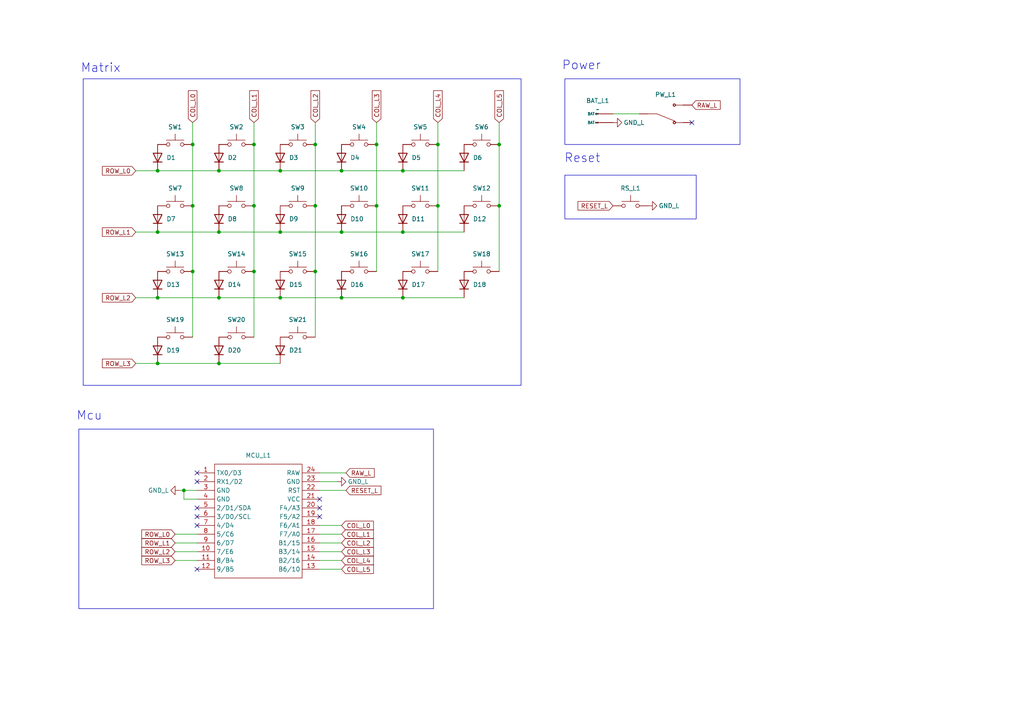
<source format=kicad_sch>
(kicad_sch (version 20250114) (generator "eeschema") (generator_version "9.0")
  (paper "A4")
  (lib_symbols
    (symbol "Keyswitch_1" (pin_numbers (hide yes)) (pin_names (hide yes))
      (property "Reference" "SW" (at 0 4.572 0))
      (symbol "Keyswitch_1_0_1"
        (circle (center -2.032 0) (radius 0.508))
        (polyline (pts (xy 0 1.27) (xy 0 3.048)))
        (circle (center 2.032 0) (radius 0.508))
        (polyline (pts (xy 2.54 1.27) (xy -2.54 1.27)))
        (pin passive line (at -5.08 0 0) (length 2.54) (name "1") (number "1"))
        (pin passive line (at 5.08 0 180) (length 2.54) (name "2") (number "2"))
      )
    )
    (symbol "Keyswitch_10" (pin_numbers (hide yes)) (pin_names (hide yes))
      (property "Reference" "SW" (at 0 4.572 0))
      (symbol "Keyswitch_10_0_1"
        (circle (center -2.032 0) (radius 0.508))
        (polyline (pts (xy 0 1.27) (xy 0 3.048)))
        (circle (center 2.032 0) (radius 0.508))
        (polyline (pts (xy 2.54 1.27) (xy -2.54 1.27)))
        (pin passive line (at -5.08 0 0) (length 2.54) (name "1") (number "1"))
        (pin passive line (at 5.08 0 180) (length 2.54) (name "2") (number "2"))
      )
    )
    (symbol "Keyswitch_11" (pin_numbers (hide yes)) (pin_names (hide yes))
      (property "Reference" "SW" (at 0 4.572 0))
      (symbol "Keyswitch_11_0_1"
        (circle (center -2.032 0) (radius 0.508))
        (polyline (pts (xy 0 1.27) (xy 0 3.048)))
        (circle (center 2.032 0) (radius 0.508))
        (polyline (pts (xy 2.54 1.27) (xy -2.54 1.27)))
        (pin passive line (at -5.08 0 0) (length 2.54) (name "1") (number "1"))
        (pin passive line (at 5.08 0 180) (length 2.54) (name "2") (number "2"))
      )
    )
    (symbol "Keyswitch_12" (pin_numbers (hide yes)) (pin_names (hide yes))
      (property "Reference" "SW" (at 0 4.572 0))
      (symbol "Keyswitch_12_0_1"
        (circle (center -2.032 0) (radius 0.508))
        (polyline (pts (xy 0 1.27) (xy 0 3.048)))
        (circle (center 2.032 0) (radius 0.508))
        (polyline (pts (xy 2.54 1.27) (xy -2.54 1.27)))
        (pin passive line (at -5.08 0 0) (length 2.54) (name "1") (number "1"))
        (pin passive line (at 5.08 0 180) (length 2.54) (name "2") (number "2"))
      )
    )
    (symbol "Keyswitch_13" (pin_numbers (hide yes)) (pin_names (hide yes))
      (property "Reference" "SW" (at 0 4.572 0))
      (symbol "Keyswitch_13_0_1"
        (circle (center -2.032 0) (radius 0.508))
        (polyline (pts (xy 0 1.27) (xy 0 3.048)))
        (circle (center 2.032 0) (radius 0.508))
        (polyline (pts (xy 2.54 1.27) (xy -2.54 1.27)))
        (pin passive line (at -5.08 0 0) (length 2.54) (name "1") (number "1"))
        (pin passive line (at 5.08 0 180) (length 2.54) (name "2") (number "2"))
      )
    )
    (symbol "Keyswitch_14" (pin_numbers (hide yes)) (pin_names (hide yes))
      (property "Reference" "SW" (at 0 4.572 0))
      (symbol "Keyswitch_14_0_1"
        (circle (center -2.032 0) (radius 0.508))
        (polyline (pts (xy 0 1.27) (xy 0 3.048)))
        (circle (center 2.032 0) (radius 0.508))
        (polyline (pts (xy 2.54 1.27) (xy -2.54 1.27)))
        (pin passive line (at -5.08 0 0) (length 2.54) (name "1") (number "1"))
        (pin passive line (at 5.08 0 180) (length 2.54) (name "2") (number "2"))
      )
    )
    (symbol "Keyswitch_15" (pin_numbers (hide yes)) (pin_names (hide yes))
      (property "Reference" "SW" (at 0 4.572 0))
      (symbol "Keyswitch_15_0_1"
        (circle (center -2.032 0) (radius 0.508))
        (polyline (pts (xy 0 1.27) (xy 0 3.048)))
        (circle (center 2.032 0) (radius 0.508))
        (polyline (pts (xy 2.54 1.27) (xy -2.54 1.27)))
        (pin passive line (at -5.08 0 0) (length 2.54) (name "1") (number "1"))
        (pin passive line (at 5.08 0 180) (length 2.54) (name "2") (number "2"))
      )
    )
    (symbol "Keyswitch_16" (pin_numbers (hide yes)) (pin_names (hide yes))
      (property "Reference" "SW" (at 0 4.572 0))
      (symbol "Keyswitch_16_0_1"
        (circle (center -2.032 0) (radius 0.508))
        (polyline (pts (xy 0 1.27) (xy 0 3.048)))
        (circle (center 2.032 0) (radius 0.508))
        (polyline (pts (xy 2.54 1.27) (xy -2.54 1.27)))
        (pin passive line (at -5.08 0 0) (length 2.54) (name "1") (number "1"))
        (pin passive line (at 5.08 0 180) (length 2.54) (name "2") (number "2"))
      )
    )
    (symbol "Keyswitch_17" (pin_numbers (hide yes)) (pin_names (hide yes))
      (property "Reference" "SW" (at 0 4.572 0))
      (symbol "Keyswitch_17_0_1"
        (circle (center -2.032 0) (radius 0.508))
        (polyline (pts (xy 0 1.27) (xy 0 3.048)))
        (circle (center 2.032 0) (radius 0.508))
        (polyline (pts (xy 2.54 1.27) (xy -2.54 1.27)))
        (pin passive line (at -5.08 0 0) (length 2.54) (name "1") (number "1"))
        (pin passive line (at 5.08 0 180) (length 2.54) (name "2") (number "2"))
      )
    )
    (symbol "Keyswitch_18" (pin_numbers (hide yes)) (pin_names (hide yes))
      (property "Reference" "SW" (at 0 4.572 0))
      (symbol "Keyswitch_18_0_1"
        (circle (center -2.032 0) (radius 0.508))
        (polyline (pts (xy 0 1.27) (xy 0 3.048)))
        (circle (center 2.032 0) (radius 0.508))
        (polyline (pts (xy 2.54 1.27) (xy -2.54 1.27)))
        (pin passive line (at -5.08 0 0) (length 2.54) (name "1") (number "1"))
        (pin passive line (at 5.08 0 180) (length 2.54) (name "2") (number "2"))
      )
    )
    (symbol "Keyswitch_19" (pin_numbers (hide yes)) (pin_names (hide yes))
      (property "Reference" "SW" (at 0 4.572 0))
      (symbol "Keyswitch_19_0_1"
        (circle (center -2.032 0) (radius 0.508))
        (polyline (pts (xy 0 1.27) (xy 0 3.048)))
        (circle (center 2.032 0) (radius 0.508))
        (polyline (pts (xy 2.54 1.27) (xy -2.54 1.27)))
        (pin passive line (at -5.08 0 0) (length 2.54) (name "1") (number "1"))
        (pin passive line (at 5.08 0 180) (length 2.54) (name "2") (number "2"))
      )
    )
    (symbol "Keyswitch_2" (pin_numbers (hide yes)) (pin_names (hide yes))
      (property "Reference" "SW" (at 0 4.572 0))
      (symbol "Keyswitch_2_0_1"
        (circle (center -2.032 0) (radius 0.508))
        (polyline (pts (xy 0 1.27) (xy 0 3.048)))
        (circle (center 2.032 0) (radius 0.508))
        (polyline (pts (xy 2.54 1.27) (xy -2.54 1.27)))
        (pin passive line (at -5.08 0 0) (length 2.54) (name "1") (number "1"))
        (pin passive line (at 5.08 0 180) (length 2.54) (name "2") (number "2"))
      )
    )
    (symbol "Keyswitch_20" (pin_numbers (hide yes)) (pin_names (hide yes))
      (property "Reference" "SW" (at 0 4.572 0))
      (symbol "Keyswitch_20_0_1"
        (circle (center -2.032 0) (radius 0.508))
        (polyline (pts (xy 0 1.27) (xy 0 3.048)))
        (circle (center 2.032 0) (radius 0.508))
        (polyline (pts (xy 2.54 1.27) (xy -2.54 1.27)))
        (pin passive line (at -5.08 0 0) (length 2.54) (name "1") (number "1"))
        (pin passive line (at 5.08 0 180) (length 2.54) (name "2") (number "2"))
      )
    )
    (symbol "Keyswitch_21" (pin_numbers (hide yes)) (pin_names (hide yes))
      (property "Reference" "SW" (at 0 4.572 0))
      (symbol "Keyswitch_21_0_1"
        (circle (center -2.032 0) (radius 0.508))
        (polyline (pts (xy 0 1.27) (xy 0 3.048)))
        (circle (center 2.032 0) (radius 0.508))
        (polyline (pts (xy 2.54 1.27) (xy -2.54 1.27)))
        (pin passive line (at -5.08 0 0) (length 2.54) (name "1") (number "1"))
        (pin passive line (at 5.08 0 180) (length 2.54) (name "2") (number "2"))
      )
    )
    (symbol "Keyswitch_3" (pin_numbers (hide yes)) (pin_names (hide yes))
      (property "Reference" "SW" (at 0 4.572 0))
      (symbol "Keyswitch_3_0_1"
        (circle (center -2.032 0) (radius 0.508))
        (polyline (pts (xy 0 1.27) (xy 0 3.048)))
        (circle (center 2.032 0) (radius 0.508))
        (polyline (pts (xy 2.54 1.27) (xy -2.54 1.27)))
        (pin passive line (at -5.08 0 0) (length 2.54) (name "1") (number "1"))
        (pin passive line (at 5.08 0 180) (length 2.54) (name "2") (number "2"))
      )
    )
    (symbol "Keyswitch_4" (pin_numbers (hide yes)) (pin_names (hide yes))
      (property "Reference" "SW" (at 0 4.572 0))
      (symbol "Keyswitch_4_0_1"
        (circle (center -2.032 0) (radius 0.508))
        (polyline (pts (xy 0 1.27) (xy 0 3.048)))
        (circle (center 2.032 0) (radius 0.508))
        (polyline (pts (xy 2.54 1.27) (xy -2.54 1.27)))
        (pin passive line (at -5.08 0 0) (length 2.54) (name "1") (number "1"))
        (pin passive line (at 5.08 0 180) (length 2.54) (name "2") (number "2"))
      )
    )
    (symbol "Keyswitch_5" (pin_numbers (hide yes)) (pin_names (hide yes))
      (property "Reference" "SW" (at 0 4.572 0))
      (symbol "Keyswitch_5_0_1"
        (circle (center -2.032 0) (radius 0.508))
        (polyline (pts (xy 0 1.27) (xy 0 3.048)))
        (circle (center 2.032 0) (radius 0.508))
        (polyline (pts (xy 2.54 1.27) (xy -2.54 1.27)))
        (pin passive line (at -5.08 0 0) (length 2.54) (name "1") (number "1"))
        (pin passive line (at 5.08 0 180) (length 2.54) (name "2") (number "2"))
      )
    )
    (symbol "Keyswitch_6" (pin_numbers (hide yes)) (pin_names (hide yes))
      (property "Reference" "SW" (at 0 4.572 0))
      (symbol "Keyswitch_6_0_1"
        (circle (center -2.032 0) (radius 0.508))
        (polyline (pts (xy 0 1.27) (xy 0 3.048)))
        (circle (center 2.032 0) (radius 0.508))
        (polyline (pts (xy 2.54 1.27) (xy -2.54 1.27)))
        (pin passive line (at -5.08 0 0) (length 2.54) (name "1") (number "1"))
        (pin passive line (at 5.08 0 180) (length 2.54) (name "2") (number "2"))
      )
    )
    (symbol "Keyswitch_7" (pin_numbers (hide yes)) (pin_names (hide yes))
      (property "Reference" "SW" (at 0 4.572 0))
      (symbol "Keyswitch_7_0_1"
        (circle (center -2.032 0) (radius 0.508))
        (polyline (pts (xy 0 1.27) (xy 0 3.048)))
        (circle (center 2.032 0) (radius 0.508))
        (polyline (pts (xy 2.54 1.27) (xy -2.54 1.27)))
        (pin passive line (at -5.08 0 0) (length 2.54) (name "1") (number "1"))
        (pin passive line (at 5.08 0 180) (length 2.54) (name "2") (number "2"))
      )
    )
    (symbol "Keyswitch_8" (pin_numbers (hide yes)) (pin_names (hide yes))
      (property "Reference" "SW" (at 0 4.572 0))
      (symbol "Keyswitch_8_0_1"
        (circle (center -2.032 0) (radius 0.508))
        (polyline (pts (xy 0 1.27) (xy 0 3.048)))
        (circle (center 2.032 0) (radius 0.508))
        (polyline (pts (xy 2.54 1.27) (xy -2.54 1.27)))
        (pin passive line (at -5.08 0 0) (length 2.54) (name "1") (number "1"))
        (pin passive line (at 5.08 0 180) (length 2.54) (name "2") (number "2"))
      )
    )
    (symbol "Keyswitch_9" (pin_numbers (hide yes)) (pin_names (hide yes))
      (property "Reference" "SW" (at 0 4.572 0))
      (symbol "Keyswitch_9_0_1"
        (circle (center -2.032 0) (radius 0.508))
        (polyline (pts (xy 0 1.27) (xy 0 3.048)))
        (circle (center 2.032 0) (radius 0.508))
        (polyline (pts (xy 2.54 1.27) (xy -2.54 1.27)))
        (pin passive line (at -5.08 0 0) (length 2.54) (name "1") (number "1"))
        (pin passive line (at 5.08 0 180) (length 2.54) (name "2") (number "2"))
      )
    )
    (symbol "meffite:Battery" (pin_numbers (hide yes))
      (property "Reference" "BAT" (at 0 4.826 0))
      (symbol "Battery_1_1"
        (rectangle (start -1.6764 1.397) (end -2.54 1.143) (stroke (width 0.1524)) (fill (type outline)))
        (rectangle (start -1.6764 -1.143) (end -2.54 -1.397) (stroke (width 0.1524)) (fill (type outline)))
        (polyline (pts (xy -1.27 1.27) (xy -1.6764 1.27)) (stroke (width 0.1524)))
        (polyline (pts (xy -1.27 -1.27) (xy -1.6764 -1.27)) (stroke (width 0.1524)))
        (pin passive line (at 2.54 1.27 180) (length 3.81) (name "BAT+") (number "1"))
        (pin passive line (at 2.54 -1.27 180) (length 3.81) (name "BAT-") (number "2"))
      )
    )
    (symbol "meffite:Diode" (pin_numbers (hide yes)) (pin_names (hide yes))
      (property "Reference" "D" (at -2.032 2.54 0))
      (symbol "Diode_0_1"
        (polyline (pts (xy -1.27 1.27) (xy -1.27 -1.27)) (stroke (width 0.254)))
        (polyline (pts (xy 1.27 1.27) (xy 1.27 -1.27) (xy -1.27 0) (xy 1.27 1.27)) (stroke (width 0.254)))
        (polyline (pts (xy 1.27 0) (xy -1.27 0)))
      )
      (symbol "Diode_1_1"
        (pin passive line (at -3.81 0 0) (length 2.54) (name "K") (number "1"))
        (pin passive line (at 3.81 0 180) (length 2.54) (name "A") (number "2"))
      )
    )
    (symbol "meffite:GND" (power) (pin_numbers (hide yes)) (pin_names (hide yes)) (exclude_from_sim yes) (in_bom no) (on_board no)
      (property "Value" "GND" (at 0 -2.54 0))
      (symbol "GND_0_1"
        (polyline (pts (xy 0 1.27) (xy 0 0) (xy 1.27 0) (xy 0 -1.27) (xy -1.27 0) (xy 0 0)))
      )
      (symbol "GND_1_1"
        (pin power_in line (at 0 1.27 270) (length 0) (hide yes) (name "GND") (number "1"))
      )
    )
    (symbol "meffite:Keyswitch" (pin_numbers (hide yes)) (pin_names (hide yes))
      (property "Reference" "SW" (at 0 4.572 0))
      (symbol "Keyswitch_0_1"
        (circle (center -2.032 0) (radius 0.508))
        (polyline (pts (xy 0 1.27) (xy 0 3.048)))
        (circle (center 2.032 0) (radius 0.508))
        (polyline (pts (xy 2.54 1.27) (xy -2.54 1.27)))
        (pin passive line (at -5.08 0 0) (length 2.54) (name "1") (number "1"))
        (pin passive line (at 5.08 0 180) (length 2.54) (name "2") (number "2"))
      )
    )
    (symbol "meffite:MCU"
      (property "Reference" "MCU" (at 0 17.272 0))
      (symbol "MCU_0_1"
        (rectangle (start -12.7 15.24) (end 12.7 -17.78))
      )
      (symbol "MCU_1_1"
        (pin bidirectional line (at -17.78 12.7 0) (length 5.08) (name "TX0/D3") (number "1"))
        (pin bidirectional line (at -17.78 10.16 0) (length 5.08) (name "RX1/D2") (number "2"))
        (pin power_in line (at -17.78 7.62 0) (length 5.08) (name "GND") (number "3"))
        (pin power_in line (at -17.78 5.08 0) (length 5.08) (name "GND") (number "4"))
        (pin bidirectional line (at -17.78 2.54 0) (length 5.08) (name "2/D1/SDA") (number "5"))
        (pin bidirectional line (at -17.78 0 0) (length 5.08) (name "3/D0/SCL") (number "6"))
        (pin bidirectional line (at -17.78 -2.54 0) (length 5.08) (name "4/D4") (number "7"))
        (pin bidirectional line (at -17.78 -5.08 0) (length 5.08) (name "5/C6") (number "8"))
        (pin bidirectional line (at -17.78 -7.62 0) (length 5.08) (name "6/D7") (number "9"))
        (pin bidirectional line (at -17.78 -10.16 0) (length 5.08) (name "7/E6") (number "10"))
        (pin bidirectional line (at -17.78 -12.7 0) (length 5.08) (name "8/B4") (number "11"))
        (pin bidirectional line (at -17.78 -15.24 0) (length 5.08) (name "9/B5") (number "12"))
        (pin power_out line (at 17.78 12.7 180) (length 5.08) (name "RAW") (number "24"))
        (pin power_in line (at 17.78 10.16 180) (length 5.08) (name "GND") (number "23"))
        (pin input line (at 17.78 7.62 180) (length 5.08) (name "RST") (number "22"))
        (pin power_in line (at 17.78 5.08 180) (length 5.08) (name "VCC") (number "21"))
        (pin bidirectional line (at 17.78 2.54 180) (length 5.08) (name "F4/A3") (number "20"))
        (pin bidirectional line (at 17.78 0 180) (length 5.08) (name "F5/A2") (number "19"))
        (pin bidirectional line (at 17.78 -2.54 180) (length 5.08) (name "F6/A1") (number "18"))
        (pin bidirectional line (at 17.78 -5.08 180) (length 5.08) (name "F7/A0") (number "17"))
        (pin bidirectional line (at 17.78 -7.62 180) (length 5.08) (name "B1/15") (number "16"))
        (pin bidirectional line (at 17.78 -10.16 180) (length 5.08) (name "B3/14") (number "15"))
        (pin bidirectional line (at 17.78 -12.7 180) (length 5.08) (name "B2/16") (number "14"))
        (pin bidirectional line (at 17.78 -15.24 180) (length 5.08) (name "B6/10") (number "13"))
      )
    )
    (symbol "meffite:Power_Slide" (pin_numbers (hide yes)) (pin_names (hide yes))
      (property "Reference" "PW" (at 0 7.874 0))
      (property "Value" "NSI-10HS" (at 0.254 5.588 0))
      (symbol "Power_Slide_0_0"
        (circle (center 2.54 2.54) (radius 0.3302) (stroke (width 0.254)))
        (circle (center 2.54 -2.54) (radius 0.3302) (stroke (width 0.254)))
        (pin passive line (at -7.62 0 0) (length 2.54) (name "~") (number "1"))
        (pin passive line (at 7.62 2.54 180) (length 2.54) (name "~") (number "2"))
        (pin passive line (at 7.62 -2.54 180) (length 2.54) (name "~") (number "3"))
      )
      (symbol "Power_Slide_1_0"
        (polyline (pts (xy -2.54 0) (xy -5.08 0)) (stroke (width 0.1524)))
        (polyline (pts (xy -2.54 0) (xy 2.794 -2.1336)) (stroke (width 0.1524)))
        (polyline (pts (xy 5.08 2.54) (xy 2.921 2.54)) (stroke (width 0.1524)))
        (polyline (pts (xy 5.08 -2.54) (xy 2.921 -2.54)) (stroke (width 0.1524)))
      )
    )
  )
  (rectangle (start 24.13 22.86) (end 151.13 111.76))
  (rectangle (start 163.83 50.8) (end 201.93 63.5))
  (rectangle (start 22.86 124.46) (end 125.73 176.53))
  (rectangle (start 163.83 22.86) (end 214.63 41.91))
  (text "Power" (at 168.656 19.05 0) (effects (font (size 2.54 2.54))))
  (text "Matrix" (at 29.21 19.812 0) (effects (font (size 2.54 2.54))))
  (text "Reset\n" (at 168.91 45.974 0) (effects (font (size 2.54 2.54))))
  (text "Mcu\n" (at 25.908 120.65 0) (effects (font (size 2.54 2.54))))
  (junction (at 144.78 41.91))
  (junction (at 127 41.91))
  (junction (at 116.84 86.36))
  (junction (at 53.34 142.24))
  (junction (at 45.72 67.31))
  (junction (at 81.28 67.31))
  (junction (at 81.28 86.36))
  (junction (at 99.06 49.53))
  (junction (at 91.44 59.69))
  (junction (at 63.5 105.41))
  (junction (at 109.22 59.69))
  (junction (at 73.66 78.74))
  (junction (at 55.88 59.69))
  (junction (at 109.22 41.91))
  (junction (at 144.78 59.69))
  (junction (at 73.66 41.91))
  (junction (at 45.72 49.53))
  (junction (at 99.06 86.36))
  (junction (at 116.84 49.53))
  (junction (at 55.88 78.74))
  (junction (at 45.72 105.41))
  (junction (at 63.5 86.36))
  (junction (at 81.28 49.53))
  (junction (at 91.44 78.74))
  (junction (at 63.5 67.31))
  (junction (at 91.44 41.91))
  (junction (at 99.06 67.31))
  (junction (at 45.72 86.36))
  (junction (at 63.5 49.53))
  (junction (at 55.88 41.91))
  (junction (at 127 59.69))
  (junction (at 116.84 67.31))
  (junction (at 73.66 59.69))
  (no_connect (at 57.15 149.86))
  (no_connect (at 57.15 152.4))
  (no_connect (at 57.15 165.1))
  (no_connect (at 57.15 137.16))
  (no_connect (at 200.66 35.56))
  (no_connect (at 57.15 147.32))
  (no_connect (at 57.15 139.7))
  (no_connect (at 92.71 149.86))
  (no_connect (at 92.71 147.32))
  (no_connect (at 92.71 144.78))
  (wire (pts (xy 55.88 35.56) (xy 55.88 41.91)))
  (wire (pts (xy 55.88 41.91) (xy 55.88 59.69)))
  (wire (pts (xy 52.07 142.24) (xy 53.34 142.24)))
  (wire (pts (xy 45.72 105.41) (xy 63.5 105.41)))
  (wire (pts (xy 50.8 154.94) (xy 57.15 154.94)))
  (wire (pts (xy 39.37 49.53) (xy 45.72 49.53)))
  (wire (pts (xy 73.66 78.74) (xy 73.66 97.79)))
  (wire (pts (xy 91.44 35.56) (xy 91.44 41.91)))
  (wire (pts (xy 63.5 86.36) (xy 81.28 86.36)))
  (wire (pts (xy 109.22 35.56) (xy 109.22 41.91)))
  (wire (pts (xy 39.37 86.36) (xy 45.72 86.36)))
  (wire (pts (xy 99.06 165.1) (xy 92.71 165.1)))
  (wire (pts (xy 99.06 152.4) (xy 92.71 152.4)))
  (wire (pts (xy 127 35.56) (xy 127 41.91)))
  (wire (pts (xy 55.88 78.74) (xy 55.88 97.79)))
  (wire (pts (xy 100.33 142.24) (xy 92.71 142.24)))
  (wire (pts (xy 81.28 49.53) (xy 99.06 49.53)))
  (wire (pts (xy 99.06 157.48) (xy 92.71 157.48)))
  (wire (pts (xy 91.44 41.91) (xy 91.44 59.69)))
  (wire (pts (xy 99.06 160.02) (xy 92.71 160.02)))
  (wire (pts (xy 116.84 49.53) (xy 134.62 49.53)))
  (wire (pts (xy 39.37 105.41) (xy 45.72 105.41)))
  (wire (pts (xy 144.78 59.69) (xy 144.78 78.74)))
  (wire (pts (xy 91.44 78.74) (xy 91.44 97.79)))
  (wire (pts (xy 81.28 67.31) (xy 99.06 67.31)))
  (wire (pts (xy 73.66 59.69) (xy 73.66 78.74)))
  (wire (pts (xy 50.8 157.48) (xy 57.15 157.48)))
  (wire (pts (xy 55.88 59.69) (xy 55.88 78.74)))
  (wire (pts (xy 99.06 162.56) (xy 92.71 162.56)))
  (wire (pts (xy 99.06 86.36) (xy 116.84 86.36)))
  (wire (pts (xy 57.15 144.78) (xy 53.34 144.78)))
  (wire (pts (xy 109.22 59.69) (xy 109.22 78.74)))
  (wire (pts (xy 45.72 67.31) (xy 63.5 67.31)))
  (wire (pts (xy 100.33 137.16) (xy 92.71 137.16)))
  (wire (pts (xy 144.78 35.56) (xy 144.78 41.91)))
  (wire (pts (xy 99.06 49.53) (xy 116.84 49.53)))
  (wire (pts (xy 177.8 33.02) (xy 185.42 33.02)))
  (wire (pts (xy 50.8 162.56) (xy 57.15 162.56)))
  (wire (pts (xy 109.22 41.91) (xy 109.22 59.69)))
  (wire (pts (xy 50.8 160.02) (xy 57.15 160.02)))
  (wire (pts (xy 45.72 86.36) (xy 63.5 86.36)))
  (wire (pts (xy 127 59.69) (xy 127 78.74)))
  (wire (pts (xy 127 41.91) (xy 127 59.69)))
  (wire (pts (xy 53.34 142.24) (xy 53.34 144.78)))
  (wire (pts (xy 63.5 49.53) (xy 81.28 49.53)))
  (wire (pts (xy 81.28 86.36) (xy 99.06 86.36)))
  (wire (pts (xy 39.37 67.31) (xy 45.72 67.31)))
  (wire (pts (xy 116.84 86.36) (xy 134.62 86.36)))
  (wire (pts (xy 144.78 41.91) (xy 144.78 59.69)))
  (wire (pts (xy 63.5 67.31) (xy 81.28 67.31)))
  (wire (pts (xy 99.06 67.31) (xy 116.84 67.31)))
  (wire (pts (xy 99.06 154.94) (xy 92.71 154.94)))
  (wire (pts (xy 116.84 67.31) (xy 134.62 67.31)))
  (wire (pts (xy 73.66 41.91) (xy 73.66 59.69)))
  (wire (pts (xy 73.66 35.56) (xy 73.66 41.91)))
  (wire (pts (xy 53.34 142.24) (xy 57.15 142.24)))
  (wire (pts (xy 91.44 59.69) (xy 91.44 78.74)))
  (wire (pts (xy 63.5 105.41) (xy 81.28 105.41)))
  (wire (pts (xy 45.72 49.53) (xy 63.5 49.53)))
  (wire (pts (xy 97.79 139.7) (xy 92.71 139.7)))
  (global_label "RESET_L" (shape input) (at 100.33 142.24 0) (property "Intersheetrefs" "${INTERSHEET_REFS}" (effects (hide yes))))
  (global_label "COL_L4" (shape input) (at 99.06 162.56 0) (property "Intersheetrefs" "${INTERSHEET_REFS}" (effects (hide yes))))
  (global_label "COL_L2" (shape input) (at 91.44 35.56 90) (property "Intersheetrefs" "${INTERSHEET_REFS}" (effects (hide yes))))
  (global_label "COL_L5" (shape input) (at 99.06 165.1 0) (property "Intersheetrefs" "${INTERSHEET_REFS}" (effects (hide yes))))
  (global_label "COL_L2" (shape input) (at 99.06 157.48 0) (property "Intersheetrefs" "${INTERSHEET_REFS}" (effects (hide yes))))
  (global_label "COL_L4" (shape input) (at 127 35.56 90) (property "Intersheetrefs" "${INTERSHEET_REFS}" (effects (hide yes))))
  (global_label "ROW_L3" (shape input) (at 50.8 162.56 180) (property "Intersheetrefs" "${INTERSHEET_REFS}" (effects (hide yes))))
  (global_label "COL_L3" (shape input) (at 109.22 35.56 90) (property "Intersheetrefs" "${INTERSHEET_REFS}" (effects (hide yes))))
  (global_label "ROW_L1" (shape input) (at 50.8 157.48 180) (property "Intersheetrefs" "${INTERSHEET_REFS}" (effects (hide yes))))
  (global_label "COL_L5" (shape input) (at 144.78 35.56 90) (property "Intersheetrefs" "${INTERSHEET_REFS}" (effects (hide yes))))
  (global_label "ROW_L0" (shape input) (at 50.8 154.94 180) (property "Intersheetrefs" "${INTERSHEET_REFS}" (effects (hide yes))))
  (global_label "ROW_L0" (shape input) (at 39.37 49.53 180) (property "Intersheetrefs" "${INTERSHEET_REFS}" (effects (hide yes))))
  (global_label "ROW_L2" (shape input) (at 39.37 86.36 180) (property "Intersheetrefs" "${INTERSHEET_REFS}" (effects (hide yes))))
  (global_label "RAW_L" (shape input) (at 100.33 137.16 0) (property "Intersheetrefs" "${INTERSHEET_REFS}" (effects (hide yes))))
  (global_label "ROW_L1" (shape input) (at 39.37 67.31 180) (property "Intersheetrefs" "${INTERSHEET_REFS}" (effects (hide yes))))
  (global_label "COL_L1" (shape input) (at 99.06 154.94 0) (property "Intersheetrefs" "${INTERSHEET_REFS}" (effects (hide yes))))
  (global_label "COL_L0" (shape input) (at 55.88 35.56 90) (property "Intersheetrefs" "${INTERSHEET_REFS}" (effects (hide yes))))
  (global_label "ROW_L2" (shape input) (at 50.8 160.02 180) (property "Intersheetrefs" "${INTERSHEET_REFS}" (effects (hide yes))))
  (global_label "RESET_L" (shape input) (at 177.8 59.69 180) (property "Intersheetrefs" "${INTERSHEET_REFS}" (effects (hide yes))))
  (global_label "COL_L3" (shape input) (at 99.06 160.02 0) (property "Intersheetrefs" "${INTERSHEET_REFS}" (effects (hide yes))))
  (global_label "COL_L0" (shape input) (at 99.06 152.4 0) (property "Intersheetrefs" "${INTERSHEET_REFS}" (effects (hide yes))))
  (global_label "ROW_L3" (shape input) (at 39.37 105.41 180) (property "Intersheetrefs" "${INTERSHEET_REFS}" (effects (hide yes))))
  (global_label "COL_L1" (shape input) (at 73.66 35.56 90) (property "Intersheetrefs" "${INTERSHEET_REFS}" (effects (hide yes))))
  (global_label "RAW_L" (shape input) (at 200.66 30.48 0) (property "Intersheetrefs" "${INTERSHEET_REFS}" (effects (hide yes))))
  (symbol (lib_name "Keyswitch_21") (lib_id "meffite:Keyswitch") (at 86.36 59.69 0) (unit 1)
    (property "Reference" "SW9" (at 86.36 54.61 0))
    (property "Footprint" "inpudiy:Kailh PG1350" (effects (hide yes)))
    (property "Description" "Keyswitch symbol for matrix" (effects (hide yes)))
  )
  (symbol (lib_id "meffite:Diode") (at 116.84 63.5 90) (unit 1)
    (property "Reference" "D11" (at 119.38 63.4999 90) (effects (justify right)))
    (property "Value" "Diode" (effects (hide yes)))
    (property "Footprint" "inpudiy:SOD323" (effects (hide yes)))
    (property "Description" "SOD-123 Diode" (effects (hide yes)))
  )
  (symbol (lib_name "Keyswitch_1") (lib_id "meffite:Keyswitch") (at 50.8 41.91 0) (unit 1)
    (property "Reference" "SW1" (at 50.8 36.83 0))
    (property "Footprint" "inpudiy:Kailh PG1350" (effects (hide yes)))
    (property "Description" "Keyswitch symbol for matrix" (effects (hide yes)))
  )
  (symbol (lib_id "meffite:Diode") (at 63.5 63.5 90) (unit 1)
    (property "Reference" "D8" (at 66.04 63.4999 90) (effects (justify right)))
    (property "Value" "Diode" (effects (hide yes)))
    (property "Footprint" "inpudiy:SOD323" (effects (hide yes)))
    (property "Description" "SOD-123 Diode" (effects (hide yes)))
  )
  (symbol (lib_name "Keyswitch_17") (lib_id "meffite:Keyswitch") (at 104.14 41.91 0) (unit 1)
    (property "Reference" "SW4" (at 104.14 36.83 0))
    (property "Footprint" "inpudiy:Kailh PG1350" (effects (hide yes)))
    (property "Description" "Keyswitch symbol for matrix" (effects (hide yes)))
  )
  (symbol (lib_id "meffite:Diode") (at 81.28 45.72 90) (unit 1)
    (property "Reference" "D3" (at 83.82 45.7199 90) (effects (justify right)))
    (property "Value" "Diode" (effects (hide yes)))
    (property "Footprint" "inpudiy:SOD323" (effects (hide yes)))
    (property "Description" "SOD-123 Diode" (effects (hide yes)))
  )
  (symbol (lib_id "meffite:Diode") (at 81.28 63.5 90) (unit 1)
    (property "Reference" "D9" (at 83.82 63.4999 90) (effects (justify right)))
    (property "Value" "Diode" (effects (hide yes)))
    (property "Footprint" "inpudiy:SOD323" (effects (hide yes)))
    (property "Description" "SOD-123 Diode" (effects (hide yes)))
  )
  (symbol (lib_name "Keyswitch_8") (lib_id "meffite:Keyswitch") (at 68.58 78.74 0) (unit 1)
    (property "Reference" "SW14" (at 68.58 73.66 0))
    (property "Footprint" "inpudiy:Kailh PG1350" (effects (hide yes)))
    (property "Description" "Keyswitch symbol for matrix" (effects (hide yes)))
  )
  (symbol (lib_name "Keyswitch_11") (lib_id "meffite:Keyswitch") (at 139.7 41.91 0) (unit 1)
    (property "Reference" "SW6" (at 139.7 36.83 0))
    (property "Footprint" "inpudiy:Kailh PG1350" (effects (hide yes)))
    (property "Description" "Keyswitch symbol for matrix" (effects (hide yes)))
  )
  (symbol (lib_id "meffite:GND") (at 99.06 139.7 90) (unit 1) (exclude_from_sim yes) (in_bom no) (on_board no)
    (property "Reference" "#GND03" (effects (hide yes)))
    (property "Value" "GND_L" (at 106.934 139.7 90) (effects (justify left)))
  )
  (symbol (lib_id "meffite:Diode") (at 63.5 101.6 90) (unit 1)
    (property "Reference" "D20" (at 66.04 101.5999 90) (effects (justify right)))
    (property "Value" "Diode" (effects (hide yes)))
    (property "Footprint" "inpudiy:SOD323" (effects (hide yes)))
    (property "Description" "SOD-123 Diode" (effects (hide yes)))
  )
  (symbol (lib_name "Keyswitch_9") (lib_id "meffite:Keyswitch") (at 68.58 97.79 0) (unit 1)
    (property "Reference" "SW20" (at 68.58 92.71 0))
    (property "Footprint" "inpudiy:Kailh PG1350" (effects (hide yes)))
    (property "Description" "Keyswitch symbol for matrix" (effects (hide yes)))
  )
  (symbol (lib_id "meffite:Diode") (at 99.06 45.72 90) (unit 1)
    (property "Reference" "D4" (at 101.6 45.7199 90) (effects (justify right)))
    (property "Value" "Diode" (effects (hide yes)))
    (property "Footprint" "inpudiy:SOD323" (effects (hide yes)))
    (property "Description" "SOD-123 Diode" (effects (hide yes)))
  )
  (symbol (lib_id "meffite:Diode") (at 134.62 63.5 90) (unit 1)
    (property "Reference" "D12" (at 137.16 63.4999 90) (effects (justify right)))
    (property "Value" "Diode" (effects (hide yes)))
    (property "Footprint" "inpudiy:SOD323" (effects (hide yes)))
    (property "Description" "SOD-123 Diode" (effects (hide yes)))
  )
  (symbol (lib_name "Keyswitch_12") (lib_id "meffite:Keyswitch") (at 121.92 59.69 0) (unit 1)
    (property "Reference" "SW11" (at 121.92 54.61 0))
    (property "Footprint" "inpudiy:Kailh PG1350" (effects (hide yes)))
    (property "Description" "Keyswitch symbol for matrix" (effects (hide yes)))
  )
  (symbol (lib_id "meffite:Diode") (at 63.5 45.72 90) (unit 1)
    (property "Reference" "D2" (at 66.04 45.7199 90) (effects (justify right)))
    (property "Value" "Diode" (effects (hide yes)))
    (property "Footprint" "inpudiy:SOD323" (effects (hide yes)))
    (property "Description" "SOD-123 Diode" (effects (hide yes)))
  )
  (symbol (lib_name "Keyswitch_3") (lib_id "meffite:Keyswitch") (at 68.58 59.69 0) (unit 1)
    (property "Reference" "SW8" (at 68.58 54.61 0))
    (property "Footprint" "inpudiy:Kailh PG1350" (effects (hide yes)))
    (property "Description" "Keyswitch symbol for matrix" (effects (hide yes)))
  )
  (symbol (lib_name "Keyswitch_4") (lib_id "meffite:Keyswitch") (at 121.92 78.74 0) (unit 1)
    (property "Reference" "SW17" (at 121.92 73.66 0))
    (property "Footprint" "inpudiy:Kailh PG1350" (effects (hide yes)))
    (property "Description" "Keyswitch symbol for matrix" (effects (hide yes)))
  )
  (symbol (lib_id "meffite:GND") (at 50.8 142.24 270) (unit 1) (exclude_from_sim yes) (in_bom no) (on_board no)
    (property "Reference" "#GND04" (effects (hide yes)))
    (property "Value" "GND_L" (at 42.926 142.24 90) (effects (justify left)))
  )
  (symbol (lib_name "Keyswitch_18") (lib_id "meffite:Keyswitch") (at 50.8 59.69 0) (unit 1)
    (property "Reference" "SW7" (at 50.8 54.61 0))
    (property "Footprint" "inpudiy:Kailh PG1350" (effects (hide yes)))
    (property "Description" "Keyswitch symbol for matrix" (effects (hide yes)))
  )
  (symbol (lib_id "meffite:Diode") (at 45.72 45.72 90) (unit 1)
    (property "Reference" "D1" (at 48.26 45.7199 90) (effects (justify right)))
    (property "Value" "Diode" (effects (hide yes)))
    (property "Footprint" "inpudiy:SOD323" (effects (hide yes)))
    (property "Description" "SOD-123 Diode" (effects (hide yes)))
  )
  (symbol (lib_id "meffite:Diode") (at 81.28 82.55 90) (unit 1)
    (property "Reference" "D15" (at 83.82 82.5499 90) (effects (justify right)))
    (property "Value" "Diode" (effects (hide yes)))
    (property "Footprint" "inpudiy:SOD323" (effects (hide yes)))
    (property "Description" "SOD-123 Diode" (effects (hide yes)))
  )
  (symbol (lib_name "Keyswitch_14") (lib_id "meffite:Keyswitch") (at 139.7 78.74 0) (unit 1)
    (property "Reference" "SW18" (at 139.7 73.66 0))
    (property "Footprint" "inpudiy:Kailh PG1350" (effects (hide yes)))
    (property "Description" "Keyswitch symbol for matrix" (effects (hide yes)))
  )
  (symbol (lib_id "meffite:MCU") (at 74.93 149.86 0) (unit 1)
    (property "Reference" "MCU_L1" (at 74.93 132.08 0))
    (property "Footprint" "inpudiy:ProMicro_NN" (effects (hide yes)))
  )
  (symbol (lib_id "meffite:Battery") (at 175.26 34.29 0) (unit 1)
    (property "Reference" "BAT_L1" (at 173.355 29.21 0))
    (property "Value" "~" (at 173.355 31.75 0))
    (property "Footprint" "inpudiy:Battery" (effects (hide yes)))
  )
  (symbol (lib_name "Keyswitch_20") (lib_id "meffite:Keyswitch") (at 68.58 41.91 0) (unit 1)
    (property "Reference" "SW2" (at 68.58 36.83 0))
    (property "Footprint" "inpudiy:Kailh PG1350" (effects (hide yes)))
    (property "Description" "Keyswitch symbol for matrix" (effects (hide yes)))
  )
  (symbol (lib_id "meffite:GND") (at 189.23 59.69 90) (unit 1) (exclude_from_sim yes) (in_bom no) (on_board no)
    (property "Reference" "#GND02" (effects (hide yes)))
    (property "Value" "GND_L" (at 197.104 59.69 90) (effects (justify left)))
  )
  (symbol (lib_id "meffite:Diode") (at 45.72 101.6 90) (unit 1)
    (property "Reference" "D19" (at 48.26 101.5999 90) (effects (justify right)))
    (property "Value" "Diode" (effects (hide yes)))
    (property "Footprint" "inpudiy:SOD323" (effects (hide yes)))
    (property "Description" "SOD-123 Diode" (effects (hide yes)))
  )
  (symbol (lib_id "meffite:Diode") (at 99.06 63.5 90) (unit 1)
    (property "Reference" "D10" (at 101.6 63.4999 90) (effects (justify right)))
    (property "Value" "Diode" (effects (hide yes)))
    (property "Footprint" "inpudiy:SOD323" (effects (hide yes)))
    (property "Description" "SOD-123 Diode" (effects (hide yes)))
  )
  (symbol (lib_id "meffite:Diode") (at 45.72 63.5 90) (unit 1)
    (property "Reference" "D7" (at 48.26 63.4999 90) (effects (justify right)))
    (property "Value" "Diode" (effects (hide yes)))
    (property "Footprint" "inpudiy:SOD323" (effects (hide yes)))
    (property "Description" "SOD-123 Diode" (effects (hide yes)))
  )
  (symbol (lib_name "Keyswitch_5") (lib_id "meffite:Keyswitch") (at 104.14 78.74 0) (unit 1)
    (property "Reference" "SW16" (at 104.14 73.66 0))
    (property "Footprint" "inpudiy:Kailh PG1350" (effects (hide yes)))
    (property "Description" "Keyswitch symbol for matrix" (effects (hide yes)))
  )
  (symbol (lib_id "meffite:Diode") (at 116.84 45.72 90) (unit 1)
    (property "Reference" "D5" (at 119.38 45.7199 90) (effects (justify right)))
    (property "Value" "Diode" (effects (hide yes)))
    (property "Footprint" "inpudiy:SOD323" (effects (hide yes)))
    (property "Description" "SOD-123 Diode" (effects (hide yes)))
  )
  (symbol (lib_name "Keyswitch_6") (lib_id "meffite:Keyswitch") (at 86.36 78.74 0) (unit 1)
    (property "Reference" "SW15" (at 86.36 73.66 0))
    (property "Footprint" "inpudiy:Kailh PG1350" (effects (hide yes)))
    (property "Description" "Keyswitch symbol for matrix" (effects (hide yes)))
  )
  (symbol (lib_id "meffite:Diode") (at 99.06 82.55 90) (unit 1)
    (property "Reference" "D16" (at 101.6 82.5499 90) (effects (justify right)))
    (property "Value" "Diode" (effects (hide yes)))
    (property "Footprint" "inpudiy:SOD323" (effects (hide yes)))
    (property "Description" "SOD-123 Diode" (effects (hide yes)))
  )
  (symbol (lib_id "meffite:Diode") (at 134.62 82.55 90) (unit 1)
    (property "Reference" "D18" (at 137.16 82.5499 90) (effects (justify right)))
    (property "Value" "Diode" (effects (hide yes)))
    (property "Footprint" "inpudiy:SOD323" (effects (hide yes)))
    (property "Description" "SOD-123 Diode" (effects (hide yes)))
  )
  (symbol (lib_id "meffite:Keyswitch") (at 182.88 59.69 0) (unit 1)
    (property "Reference" "RS_L1" (at 182.88 54.61 0))
    (property "Footprint" "inpudiy:Reset" (effects (hide yes)))
  )
  (symbol (lib_id "meffite:Diode") (at 134.62 45.72 90) (unit 1)
    (property "Reference" "D6" (at 137.16 45.7199 90) (effects (justify right)))
    (property "Value" "Diode" (effects (hide yes)))
    (property "Footprint" "inpudiy:SOD323" (effects (hide yes)))
    (property "Description" "SOD-123 Diode" (effects (hide yes)))
  )
  (symbol (lib_name "Keyswitch_15") (lib_id "meffite:Keyswitch") (at 139.7 59.69 0) (unit 1)
    (property "Reference" "SW12" (at 139.7 54.61 0))
    (property "Footprint" "inpudiy:Kailh PG1350" (effects (hide yes)))
    (property "Description" "Keyswitch symbol for matrix" (effects (hide yes)))
  )
  (symbol (lib_id "meffite:GND") (at 179.07 35.56 90) (unit 1) (exclude_from_sim yes) (in_bom no) (on_board no)
    (property "Reference" "#GND01" (effects (hide yes)))
    (property "Value" "GND_L" (at 186.944 35.56 90) (effects (justify left)))
  )
  (symbol (lib_id "meffite:Power_Slide") (at 193.04 33.02 0) (unit 1)
    (property "Reference" "PW_L1" (at 193.04 27.432 0))
    (property "Footprint" "inpudiy:BSI-10H" (effects (hide yes)))
  )
  (symbol (lib_name "Keyswitch_19") (lib_id "meffite:Keyswitch") (at 121.92 41.91 0) (unit 1)
    (property "Reference" "SW5" (at 121.92 36.83 0))
    (property "Footprint" "inpudiy:Kailh PG1350" (effects (hide yes)))
    (property "Description" "Keyswitch symbol for matrix" (effects (hide yes)))
  )
  (symbol (lib_name "Keyswitch_16") (lib_id "meffite:Keyswitch") (at 50.8 78.74 0) (unit 1)
    (property "Reference" "SW13" (at 50.8 73.66 0))
    (property "Footprint" "inpudiy:Kailh PG1350" (effects (hide yes)))
    (property "Description" "Keyswitch symbol for matrix" (effects (hide yes)))
  )
  (symbol (lib_name "Keyswitch_2") (lib_id "meffite:Keyswitch") (at 86.36 97.79 0) (unit 1)
    (property "Reference" "SW21" (at 86.36 92.71 0))
    (property "Footprint" "inpudiy:Kailh PG1350" (effects (hide yes)))
    (property "Description" "Keyswitch symbol for matrix" (effects (hide yes)))
  )
  (symbol (lib_name "Keyswitch_7") (lib_id "meffite:Keyswitch") (at 86.36 41.91 0) (unit 1)
    (property "Reference" "SW3" (at 86.36 36.83 0))
    (property "Footprint" "inpudiy:Kailh PG1350" (effects (hide yes)))
    (property "Description" "Keyswitch symbol for matrix" (effects (hide yes)))
  )
  (symbol (lib_name "Keyswitch_13") (lib_id "meffite:Keyswitch") (at 104.14 59.69 0) (unit 1)
    (property "Reference" "SW10" (at 104.14 54.61 0))
    (property "Footprint" "inpudiy:Kailh PG1350" (effects (hide yes)))
    (property "Description" "Keyswitch symbol for matrix" (effects (hide yes)))
  )
  (symbol (lib_id "meffite:Diode") (at 116.84 82.55 90) (unit 1)
    (property "Reference" "D17" (at 119.38 82.5499 90) (effects (justify right)))
    (property "Value" "Diode" (effects (hide yes)))
    (property "Footprint" "inpudiy:SOD323" (effects (hide yes)))
    (property "Description" "SOD-123 Diode" (effects (hide yes)))
  )
  (symbol (lib_id "meffite:Diode") (at 45.72 82.55 90) (unit 1)
    (property "Reference" "D13" (at 48.26 82.5499 90) (effects (justify right)))
    (property "Value" "Diode" (effects (hide yes)))
    (property "Footprint" "inpudiy:SOD323" (effects (hide yes)))
    (property "Description" "SOD-123 Diode" (effects (hide yes)))
  )
  (symbol (lib_id "meffite:Diode") (at 81.28 101.6 90) (unit 1)
    (property "Reference" "D21" (at 83.82 101.5999 90) (effects (justify right)))
    (property "Value" "Diode" (effects (hide yes)))
    (property "Footprint" "inpudiy:SOD323" (effects (hide yes)))
    (property "Description" "SOD-123 Diode" (effects (hide yes)))
  )
  (symbol (lib_id "meffite:Diode") (at 63.5 82.55 90) (unit 1)
    (property "Reference" "D14" (at 66.04 82.5499 90) (effects (justify right)))
    (property "Value" "Diode" (effects (hide yes)))
    (property "Footprint" "inpudiy:SOD323" (effects (hide yes)))
    (property "Description" "SOD-123 Diode" (effects (hide yes)))
  )
  (symbol (lib_name "Keyswitch_10") (lib_id "meffite:Keyswitch") (at 50.8 97.79 0) (unit 1)
    (property "Reference" "SW19" (at 50.8 92.71 0))
    (property "Footprint" "inpudiy:Kailh PG1350" (effects (hide yes)))
    (property "Description" "Keyswitch symbol for matrix" (effects (hide yes)))
  )
)
</source>
